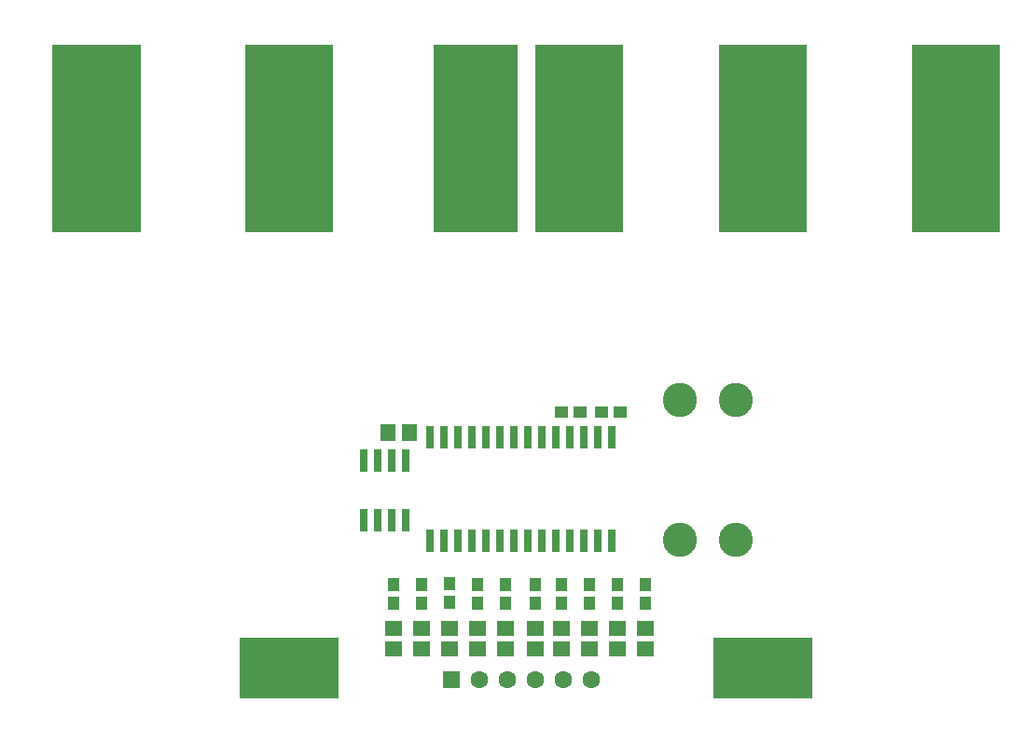
<source format=gbr>
G04 DipTrace 3.3.1.3*
G04 TopMask.gbr*
%MOMM*%
G04 #@! TF.FileFunction,Soldermask,Top*
G04 #@! TF.Part,Single*
%ADD37C,3.1*%
%ADD38C,1.6*%
%ADD39R,1.6X1.6*%
%ADD40R,0.7X2.1*%
%ADD41R,1.2X1.1*%
%ADD42R,1.1X1.2*%
%ADD43R,1.6X1.4*%
%ADD44R,1.4X1.6*%
%ADD45R,2.6X2.6*%
%ADD46C,5.1*%
%FSLAX35Y35*%
G04*
G71*
G90*
G75*
G01*
G04 TopMask*
%LPD*%
G36*
X7900000Y5980000D2*
X8700000D1*
Y4280000D1*
X7900000D1*
Y5980000D1*
G37*
D46*
X8300000Y4730000D3*
G36*
X100000Y5980000D2*
X900000D1*
Y4280000D1*
X100000D1*
Y5980000D1*
G37*
D46*
X500000Y4730000D3*
G36*
X7000000Y49940D2*
X6100000D1*
Y600000D1*
X7000000D1*
Y49940D1*
G37*
D45*
X6800000Y400000D3*
X6300000D3*
G36*
X2700000Y49940D2*
X1800000D1*
Y600000D1*
X2700000D1*
Y49940D1*
G37*
D45*
X2500000Y400000D3*
X2000000D3*
G36*
X6150000Y5980000D2*
X6950000D1*
Y4280000D1*
X6150000D1*
Y5980000D1*
G37*
D46*
X6550000Y4730000D3*
G36*
X1850000Y5980000D2*
X2650000D1*
Y4280000D1*
X1850000D1*
Y5980000D1*
G37*
D46*
X2250000Y4730000D3*
D44*
X3336373Y2459873D3*
X3146373D3*
D43*
X4209500Y493623D3*
Y683623D3*
X4479373Y493623D3*
Y683623D3*
X4717500Y493623D3*
Y683623D3*
X4971500Y493623D3*
Y683623D3*
X5225500Y493623D3*
Y683623D3*
X5479500Y493623D3*
Y683623D3*
X3955500Y493623D3*
Y683623D3*
X3701500Y493623D3*
Y683623D3*
X3447500Y493623D3*
Y683623D3*
X3193500Y493623D3*
Y683623D3*
G36*
X3559940Y5980022D2*
X4319940D1*
Y4280000D1*
X3559940D1*
Y5980022D1*
G37*
G36*
X4479920D2*
X5280010D1*
Y4280000D1*
X4479920D1*
Y5980022D1*
G37*
D46*
X3925000Y4730000D3*
X4875000D3*
D42*
X4209500Y1085877D3*
Y915877D3*
X4479373Y1085877D3*
Y915877D3*
X4717500Y1085877D3*
Y915877D3*
X4971500Y1085877D3*
Y915877D3*
X5225500Y1085877D3*
Y915877D3*
X5479500Y1085877D3*
Y915877D3*
X3955500Y1085877D3*
Y915877D3*
X3701500Y1090500D3*
Y920500D3*
X3447500Y1085877D3*
Y915877D3*
X3193500Y1085877D3*
Y915877D3*
D41*
X5082627Y2650373D3*
X5252627D3*
X4717500D3*
X4887500D3*
D40*
X5177873Y2415627D3*
X5050873D3*
X4923873D3*
X4796873D3*
X4669873D3*
X4542873D3*
X4415873D3*
X4288873D3*
X4161873D3*
X4034873D3*
X3907873D3*
X3780873D3*
X3653873D3*
X3526873D3*
Y1475627D3*
X3653873D3*
X3780873D3*
X3907873D3*
X4034873D3*
X4161873D3*
X4288873D3*
X4415873D3*
X4542873D3*
X4669873D3*
X4796873D3*
X4923873D3*
X5050873D3*
X5177873D3*
X3304623Y2205877D3*
X3177623D3*
X3050623D3*
X2923623D3*
Y1665877D3*
X3050623D3*
X3177623D3*
X3304623D3*
D39*
X3717373Y221500D3*
D38*
X3971373D3*
X4225373D3*
X4479373D3*
X4733373D3*
X4987373D3*
D37*
X6305000Y1491500D3*
X5797100D3*
X6305100Y2761500D3*
X5797100D3*
M02*

</source>
